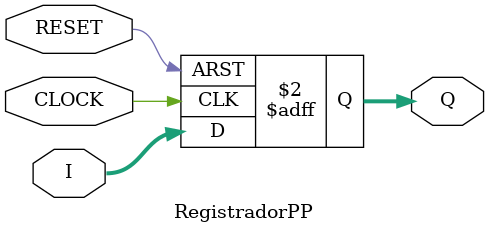
<source format=v>
module RegistradorPP
  (
    input[3:0]I,
    input CLOCK, RESET,
    output reg[3:0]Q
  );
  
  always@(posedge CLOCK or posedge RESET)
    begin
      if(RESET)
        Q[3:0] <= 0;
      else
        Q[3:0] <= I[3:0];
    end
  
endmodule
</source>
